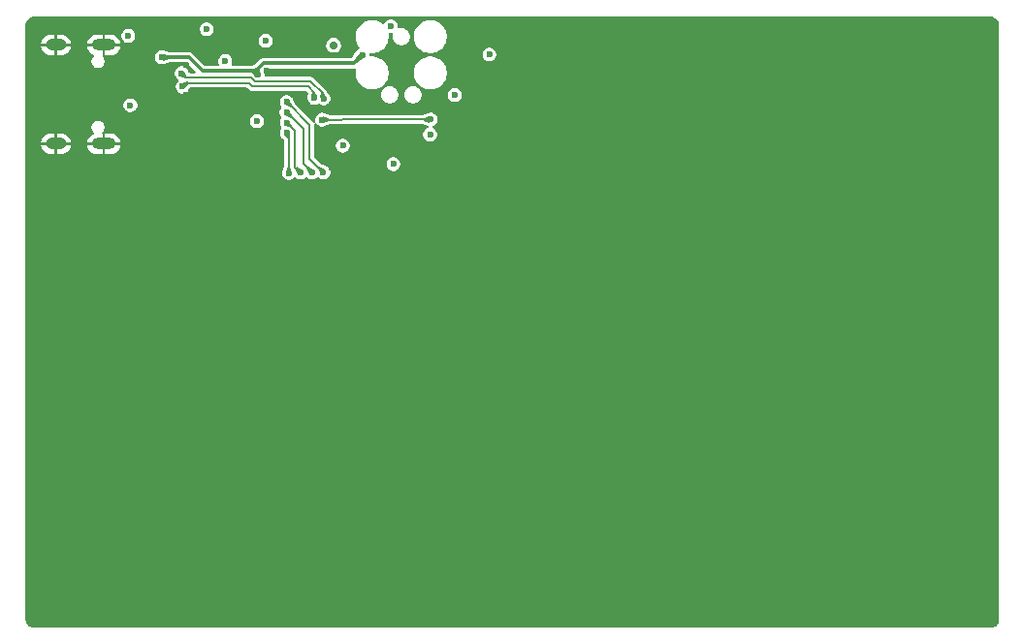
<source format=gbr>
%TF.GenerationSoftware,KiCad,Pcbnew,9.0.3*%
%TF.CreationDate,2025-09-06T00:14:13-07:00*%
%TF.ProjectId,business_card,62757369-6e65-4737-935f-636172642e6b,1.0*%
%TF.SameCoordinates,Original*%
%TF.FileFunction,Copper,L4,Bot*%
%TF.FilePolarity,Positive*%
%FSLAX46Y46*%
G04 Gerber Fmt 4.6, Leading zero omitted, Abs format (unit mm)*
G04 Created by KiCad (PCBNEW 9.0.3) date 2025-09-06 00:14:13*
%MOMM*%
%LPD*%
G01*
G04 APERTURE LIST*
%TA.AperFunction,HeatsinkPad*%
%ADD10O,1.800000X1.000000*%
%TD*%
%TA.AperFunction,HeatsinkPad*%
%ADD11O,2.100000X1.000000*%
%TD*%
%TA.AperFunction,ViaPad*%
%ADD12C,0.600000*%
%TD*%
%TA.AperFunction,ViaPad*%
%ADD13C,0.700000*%
%TD*%
%TA.AperFunction,Conductor*%
%ADD14C,0.200000*%
%TD*%
%TA.AperFunction,Conductor*%
%ADD15C,0.300000*%
%TD*%
G04 APERTURE END LIST*
D10*
%TO.P,J1,S1,SHIELD*%
%TO.N,GND*%
X178400000Y-79332500D03*
D11*
X182580000Y-79332500D03*
D10*
X178400000Y-70692500D03*
D11*
X182580000Y-70692500D03*
%TD*%
D12*
%TO.N,GND*%
X197075000Y-76227500D03*
X196781800Y-72957245D03*
X201865000Y-73712500D03*
X201165000Y-78962500D03*
D13*
X194500000Y-68725000D03*
X259950000Y-79925000D03*
D12*
X215165000Y-80507500D03*
X189780000Y-76212500D03*
X185515000Y-69907500D03*
X214365000Y-80512500D03*
X184115000Y-71812500D03*
D13*
X256500000Y-69325000D03*
X199550000Y-68725000D03*
D12*
X204350000Y-81852500D03*
D13*
X176450000Y-78975000D03*
D12*
X179465000Y-80712500D03*
D13*
X258850000Y-99425000D03*
D12*
X192082500Y-77050000D03*
D13*
X192850000Y-95425000D03*
X219050000Y-99425000D03*
D12*
X194815000Y-70362500D03*
D13*
X249250000Y-99425000D03*
X214550000Y-99425000D03*
D12*
X189795000Y-75062500D03*
D13*
X234450000Y-69325000D03*
D12*
X211115000Y-79812500D03*
D13*
X236150000Y-99425000D03*
X223350000Y-99425000D03*
X210200000Y-85325000D03*
X186550000Y-85325000D03*
D12*
X198850000Y-69525000D03*
D13*
X259950000Y-69325000D03*
X215250000Y-85325000D03*
X220300000Y-85325000D03*
X181750000Y-99425000D03*
X186650000Y-99425000D03*
D12*
X186365000Y-69312500D03*
X189780000Y-72462500D03*
X213665000Y-77257500D03*
D13*
X176450000Y-85325000D03*
X225350000Y-85325000D03*
X177250000Y-99425000D03*
D12*
X192062500Y-76297078D03*
D13*
X229900000Y-79875000D03*
D12*
X217015000Y-68712500D03*
D13*
X176450000Y-73925000D03*
X259950000Y-73875000D03*
X240500000Y-69325000D03*
D12*
X194050000Y-80725000D03*
D13*
X245900000Y-69325000D03*
D12*
X217065000Y-75762500D03*
D13*
X254350000Y-99425000D03*
D12*
X187000000Y-80925000D03*
X219565000Y-81462500D03*
D13*
X205150000Y-85325000D03*
D12*
X207815000Y-79812500D03*
D13*
X190750000Y-99425000D03*
D12*
X186852500Y-75962500D03*
D13*
X239650000Y-99425000D03*
X198650000Y-95425000D03*
X189950000Y-89425000D03*
X229900000Y-69275000D03*
X231650000Y-99425000D03*
D12*
X193865000Y-71012500D03*
D13*
X229900000Y-85275000D03*
X176450000Y-68875000D03*
X204150000Y-70725000D03*
X251950000Y-69325000D03*
X229900000Y-73825000D03*
D12*
X184691105Y-74331502D03*
D13*
X195250000Y-99425000D03*
D12*
X202467500Y-81410000D03*
D13*
X244150000Y-99425000D03*
X259950000Y-85325000D03*
D12*
X208545000Y-75662500D03*
X192915000Y-74607246D03*
D13*
X205550000Y-99425000D03*
X201150000Y-99425000D03*
D12*
X184165000Y-78212500D03*
X214911601Y-68804820D03*
X204250000Y-80525000D03*
D13*
X227850000Y-99425000D03*
D12*
X179450000Y-69325000D03*
X201350000Y-69625000D03*
%TO.N,+3.3V*%
X203450000Y-79500000D03*
X207865000Y-81112500D03*
X213233450Y-75062500D03*
D13*
X202650000Y-70725000D03*
D12*
X191565000Y-69312500D03*
X184715000Y-69890000D03*
X207645000Y-69062500D03*
X196715000Y-70312500D03*
X211075000Y-78525000D03*
X195948658Y-77348728D03*
X184900000Y-75962500D03*
X216250000Y-71525000D03*
X193184947Y-72092553D03*
%TO.N,BTN_12*%
X198549000Y-75675000D03*
X201750000Y-81825000D03*
%TO.N,BTN_11*%
X200750000Y-81850000D03*
X198545009Y-76603219D03*
%TO.N,BTN_10*%
X198550000Y-77475000D03*
X199750000Y-81850000D03*
%TO.N,BTN_09*%
X198550000Y-78375000D03*
X198750607Y-81891261D03*
%TO.N,USB_D+*%
X189453864Y-74338877D03*
X200966769Y-75309285D03*
%TO.N,USB_D-*%
X201765000Y-75362500D03*
X189388299Y-73160049D03*
%TO.N,I2S_WS*%
X201650000Y-77225000D03*
X211115000Y-77212500D03*
%TO.N,SWD_NRST*%
X187665000Y-71762500D03*
X205153017Y-71558453D03*
X196004919Y-73266394D03*
%TD*%
D14*
%TO.N,BTN_09*%
X198750607Y-78575607D02*
X198550000Y-78375000D01*
X198750607Y-81891261D02*
X198750607Y-78575607D01*
%TO.N,USB_D+*%
X195569588Y-74317374D02*
X200433477Y-74317374D01*
X189785495Y-74007246D02*
X195259460Y-74007246D01*
X200966769Y-74850666D02*
X200966769Y-75309285D01*
X200433477Y-74317374D02*
X200966769Y-74850666D01*
X189453864Y-74338877D02*
X189785495Y-74007246D01*
X195259460Y-74007246D02*
X195569588Y-74317374D01*
%TO.N,USB_D-*%
X201765000Y-75012500D02*
X201765000Y-75362500D01*
X189785495Y-73557245D02*
X195445827Y-73557245D01*
X200619894Y-73867394D02*
X201765000Y-75012500D01*
X195755976Y-73867394D02*
X200619894Y-73867394D01*
X195445827Y-73557245D02*
X195755976Y-73867394D01*
X189388299Y-73160049D02*
X189785495Y-73557245D01*
%TO.N,I2S_WS*%
X203361995Y-77225000D02*
X203374495Y-77212500D01*
X201650000Y-77225000D02*
X203361995Y-77225000D01*
X203374495Y-77212500D02*
X211115000Y-77212500D01*
D15*
%TO.N,SWD_NRST*%
X191200654Y-72962500D02*
X190000654Y-71762500D01*
X190000654Y-71762500D02*
X187665000Y-71762500D01*
X195968894Y-73266394D02*
X196004919Y-73266394D01*
X196512146Y-72306245D02*
X196004919Y-72813472D01*
X195701025Y-72962500D02*
X191200654Y-72962500D01*
X196004919Y-72813472D02*
X196004919Y-73266394D01*
X205153017Y-71558453D02*
X204405225Y-72306245D01*
X204405225Y-72306245D02*
X196512146Y-72306245D01*
X196004919Y-73266394D02*
X195701025Y-72962500D01*
D14*
%TO.N,BTN_12*%
X200564000Y-77690000D02*
X198549000Y-75675000D01*
X200564000Y-80639000D02*
X200564000Y-77690000D01*
X201750000Y-81825000D02*
X200564000Y-80639000D01*
%TO.N,BTN_11*%
X200000000Y-78058210D02*
X198545009Y-76603219D01*
X200000000Y-81100000D02*
X200000000Y-78058210D01*
X200750000Y-81850000D02*
X200000000Y-81100000D01*
%TO.N,BTN_10*%
X198550000Y-77475000D02*
X199300000Y-78225000D01*
X199300000Y-81400000D02*
X199750000Y-81850000D01*
X199300000Y-78225000D02*
X199300000Y-81400000D01*
%TD*%
%TA.AperFunction,Conductor*%
%TO.N,SWD_NRST*%
G36*
X196122927Y-72670489D02*
G01*
X196178149Y-72713294D01*
X196201462Y-72779160D01*
X196197422Y-72818019D01*
X196181300Y-72878188D01*
X196181300Y-73036302D01*
X196209772Y-73142562D01*
X196222224Y-73189031D01*
X196222225Y-73189034D01*
X196233386Y-73208365D01*
X196237536Y-73223852D01*
X196244977Y-73235431D01*
X196250000Y-73270366D01*
X196250000Y-73301000D01*
X196230315Y-73368039D01*
X196177511Y-73413794D01*
X196126000Y-73425000D01*
X195931337Y-73425000D01*
X195864298Y-73405315D01*
X195843656Y-73388681D01*
X195691742Y-73236767D01*
X195691736Y-73236762D01*
X195616161Y-73193129D01*
X195567945Y-73142562D01*
X195554723Y-73073955D01*
X195571830Y-73021949D01*
X195721780Y-72772033D01*
X195773148Y-72724678D01*
X195803785Y-72714242D01*
X196053329Y-72664334D01*
X196122927Y-72670489D01*
G37*
%TD.AperFunction*%
%TD*%
%TA.AperFunction,Conductor*%
%TO.N,GND*%
G36*
X260054842Y-68225976D02*
G01*
X260176764Y-68237985D01*
X260195794Y-68241770D01*
X260201133Y-68243390D01*
X260308354Y-68275915D01*
X260326285Y-68283342D01*
X260430022Y-68338791D01*
X260446158Y-68349573D01*
X260537083Y-68424193D01*
X260550806Y-68437916D01*
X260625426Y-68528841D01*
X260636208Y-68544977D01*
X260691657Y-68648714D01*
X260699084Y-68666645D01*
X260733228Y-68779203D01*
X260737014Y-68798237D01*
X260749023Y-68920157D01*
X260749500Y-68929861D01*
X260749500Y-120920138D01*
X260749023Y-120929842D01*
X260737014Y-121051762D01*
X260733228Y-121070796D01*
X260699084Y-121183354D01*
X260691657Y-121201285D01*
X260636208Y-121305022D01*
X260625426Y-121321158D01*
X260550806Y-121412083D01*
X260537083Y-121425806D01*
X260446158Y-121500426D01*
X260430022Y-121511208D01*
X260326285Y-121566657D01*
X260308354Y-121574084D01*
X260195796Y-121608228D01*
X260176763Y-121612014D01*
X260070719Y-121622459D01*
X260054841Y-121624023D01*
X260045139Y-121624500D01*
X176454861Y-121624500D01*
X176445157Y-121624023D01*
X176323237Y-121612014D01*
X176304203Y-121608228D01*
X176191645Y-121574084D01*
X176173714Y-121566657D01*
X176069977Y-121511208D01*
X176053841Y-121500426D01*
X175962916Y-121425806D01*
X175949193Y-121412083D01*
X175874573Y-121321158D01*
X175863791Y-121305022D01*
X175808342Y-121201285D01*
X175800915Y-121183354D01*
X175766771Y-121070796D01*
X175762985Y-121051762D01*
X175750977Y-120929842D01*
X175750500Y-120920138D01*
X175750500Y-79207499D01*
X177107232Y-79207499D01*
X177107233Y-79207500D01*
X177725758Y-79207500D01*
X177720444Y-79216704D01*
X177700000Y-79293004D01*
X177700000Y-79371996D01*
X177720444Y-79448296D01*
X177725758Y-79457500D01*
X177107232Y-79457500D01*
X177134585Y-79595018D01*
X177134586Y-79595021D01*
X177202429Y-79758808D01*
X177300923Y-79906215D01*
X177426284Y-80031576D01*
X177573691Y-80130070D01*
X177737479Y-80197913D01*
X177911355Y-80232499D01*
X177911359Y-80232500D01*
X178274999Y-80232500D01*
X178275000Y-80232499D01*
X178275000Y-79632500D01*
X178525000Y-79632500D01*
X178525000Y-80232499D01*
X178525001Y-80232500D01*
X178888641Y-80232500D01*
X178888644Y-80232499D01*
X179062519Y-80197913D01*
X179062521Y-80197913D01*
X179226308Y-80130070D01*
X179373715Y-80031576D01*
X179499076Y-79906215D01*
X179597570Y-79758808D01*
X179665413Y-79595021D01*
X179665414Y-79595018D01*
X179692768Y-79457500D01*
X179074242Y-79457500D01*
X179079556Y-79448296D01*
X179100000Y-79371996D01*
X179100000Y-79293004D01*
X179079556Y-79216704D01*
X179074242Y-79207500D01*
X179692767Y-79207500D01*
X179692767Y-79207499D01*
X181137232Y-79207499D01*
X181137233Y-79207500D01*
X181755758Y-79207500D01*
X181750444Y-79216704D01*
X181730000Y-79293004D01*
X181730000Y-79371996D01*
X181750444Y-79448296D01*
X181755758Y-79457500D01*
X181137232Y-79457500D01*
X181164585Y-79595018D01*
X181164586Y-79595021D01*
X181232429Y-79758808D01*
X181330923Y-79906215D01*
X181456284Y-80031576D01*
X181603691Y-80130070D01*
X181767479Y-80197913D01*
X181941355Y-80232499D01*
X181941359Y-80232500D01*
X182454999Y-80232500D01*
X182455000Y-80232499D01*
X182455000Y-79632500D01*
X182705000Y-79632500D01*
X182705000Y-80232499D01*
X182705001Y-80232500D01*
X183218641Y-80232500D01*
X183218644Y-80232499D01*
X183392519Y-80197913D01*
X183392521Y-80197913D01*
X183556308Y-80130070D01*
X183703715Y-80031576D01*
X183829076Y-79906215D01*
X183927570Y-79758808D01*
X183995413Y-79595021D01*
X183995414Y-79595018D01*
X184022768Y-79457500D01*
X183404242Y-79457500D01*
X183409556Y-79448296D01*
X183430000Y-79371996D01*
X183430000Y-79293004D01*
X183409556Y-79216704D01*
X183404242Y-79207500D01*
X184022767Y-79207500D01*
X184022767Y-79207499D01*
X183995414Y-79069981D01*
X183995413Y-79069978D01*
X183927570Y-78906191D01*
X183829076Y-78758784D01*
X183703715Y-78633423D01*
X183556308Y-78534929D01*
X183392520Y-78467086D01*
X183218644Y-78432500D01*
X182705001Y-78432500D01*
X182705000Y-78432501D01*
X182705000Y-79032500D01*
X182455000Y-79032500D01*
X182455000Y-78408970D01*
X182451666Y-78402427D01*
X182461237Y-78341995D01*
X182479440Y-78316939D01*
X182540515Y-78255865D01*
X182540518Y-78255860D01*
X182616279Y-78124639D01*
X182616279Y-78124637D01*
X182616281Y-78124635D01*
X182655500Y-77978266D01*
X182655500Y-77826734D01*
X182616281Y-77680365D01*
X182616279Y-77680362D01*
X182616279Y-77680360D01*
X182540518Y-77549139D01*
X182540516Y-77549137D01*
X182540515Y-77549135D01*
X182433365Y-77441985D01*
X182433362Y-77441983D01*
X182433360Y-77441981D01*
X182302138Y-77366220D01*
X182302140Y-77366220D01*
X182291974Y-77363496D01*
X182155766Y-77327000D01*
X182004234Y-77327000D01*
X181914652Y-77351003D01*
X181857860Y-77366220D01*
X181726639Y-77441981D01*
X181619481Y-77549139D01*
X181543720Y-77680360D01*
X181543719Y-77680365D01*
X181504500Y-77826734D01*
X181504500Y-77978266D01*
X181522242Y-78044480D01*
X181543720Y-78124639D01*
X181619481Y-78255860D01*
X181619483Y-78255862D01*
X181619485Y-78255865D01*
X181707421Y-78343801D01*
X181735197Y-78398316D01*
X181725626Y-78458748D01*
X181682361Y-78502013D01*
X181675302Y-78505267D01*
X181603689Y-78534930D01*
X181456284Y-78633423D01*
X181330923Y-78758784D01*
X181232429Y-78906191D01*
X181164586Y-79069978D01*
X181164585Y-79069981D01*
X181137232Y-79207499D01*
X179692767Y-79207499D01*
X179665414Y-79069981D01*
X179665413Y-79069978D01*
X179597570Y-78906191D01*
X179499076Y-78758784D01*
X179373715Y-78633423D01*
X179226308Y-78534929D01*
X179062520Y-78467086D01*
X178888644Y-78432500D01*
X178525001Y-78432500D01*
X178525000Y-78432501D01*
X178525000Y-79032500D01*
X178275000Y-79032500D01*
X178275000Y-78432501D01*
X178274999Y-78432500D01*
X177911355Y-78432500D01*
X177737480Y-78467086D01*
X177737478Y-78467086D01*
X177573691Y-78534929D01*
X177426284Y-78633423D01*
X177300923Y-78758784D01*
X177202429Y-78906191D01*
X177134586Y-79069978D01*
X177134585Y-79069981D01*
X177107232Y-79207499D01*
X175750500Y-79207499D01*
X175750500Y-77269671D01*
X195348158Y-77269671D01*
X195348158Y-77427785D01*
X195389081Y-77580512D01*
X195468138Y-77717444D01*
X195579942Y-77829248D01*
X195716874Y-77908305D01*
X195869601Y-77949228D01*
X195869603Y-77949228D01*
X196027713Y-77949228D01*
X196027715Y-77949228D01*
X196180442Y-77908305D01*
X196317374Y-77829248D01*
X196429178Y-77717444D01*
X196508235Y-77580512D01*
X196549158Y-77427785D01*
X196549158Y-77269671D01*
X196508235Y-77116944D01*
X196429178Y-76980012D01*
X196317374Y-76868208D01*
X196180442Y-76789151D01*
X196027715Y-76748228D01*
X195869601Y-76748228D01*
X195716874Y-76789151D01*
X195579942Y-76868208D01*
X195468138Y-76980012D01*
X195389081Y-77116944D01*
X195348158Y-77269671D01*
X175750500Y-77269671D01*
X175750500Y-75883443D01*
X184299500Y-75883443D01*
X184299500Y-76041557D01*
X184340423Y-76194284D01*
X184419480Y-76331216D01*
X184531284Y-76443020D01*
X184668216Y-76522077D01*
X184820943Y-76563000D01*
X184820945Y-76563000D01*
X184979055Y-76563000D01*
X184979057Y-76563000D01*
X185124003Y-76524162D01*
X197944509Y-76524162D01*
X197944509Y-76682276D01*
X197985432Y-76835003D01*
X198064489Y-76971935D01*
X198064491Y-76971937D01*
X198064494Y-76971942D01*
X198068440Y-76977085D01*
X198067402Y-76977880D01*
X198092029Y-77026214D01*
X198082458Y-77086646D01*
X198072798Y-77101958D01*
X198069485Y-77106276D01*
X198069480Y-77106283D01*
X198069480Y-77106284D01*
X197990423Y-77243216D01*
X197949500Y-77395943D01*
X197949500Y-77554057D01*
X197990423Y-77706784D01*
X198069480Y-77843716D01*
X198069482Y-77843718D01*
X198080762Y-77854999D01*
X198108538Y-77909516D01*
X198098964Y-77969948D01*
X198080762Y-77995001D01*
X198069482Y-78006281D01*
X198069480Y-78006283D01*
X198069480Y-78006284D01*
X197990423Y-78143216D01*
X197949500Y-78295943D01*
X197949500Y-78454057D01*
X197990423Y-78606784D01*
X198069480Y-78743716D01*
X198181284Y-78855520D01*
X198181286Y-78855521D01*
X198181324Y-78855559D01*
X198190814Y-78863863D01*
X198320951Y-78993409D01*
X198348853Y-79047861D01*
X198350107Y-79063571D01*
X198350107Y-81212168D01*
X198344178Y-81245914D01*
X198202599Y-81636387D01*
X198195270Y-81652132D01*
X198191032Y-81659472D01*
X198191028Y-81659483D01*
X198183077Y-81689156D01*
X198180524Y-81697272D01*
X198173787Y-81715854D01*
X198166860Y-81737423D01*
X198166389Y-81739100D01*
X198159772Y-81768010D01*
X198159147Y-81773761D01*
X198158319Y-81773671D01*
X198156356Y-81788877D01*
X198150107Y-81812200D01*
X198150107Y-81812204D01*
X198150107Y-81970318D01*
X198191030Y-82123045D01*
X198270087Y-82259977D01*
X198381891Y-82371781D01*
X198518823Y-82450838D01*
X198671550Y-82491761D01*
X198671552Y-82491761D01*
X198829662Y-82491761D01*
X198829664Y-82491761D01*
X198982391Y-82450838D01*
X199119323Y-82371781D01*
X199200932Y-82290171D01*
X199255447Y-82262396D01*
X199315879Y-82271967D01*
X199340934Y-82290170D01*
X199381284Y-82330520D01*
X199518216Y-82409577D01*
X199670943Y-82450500D01*
X199670945Y-82450500D01*
X199829055Y-82450500D01*
X199829057Y-82450500D01*
X199981784Y-82409577D01*
X200118716Y-82330520D01*
X200179998Y-82269237D01*
X200234513Y-82241462D01*
X200294945Y-82251033D01*
X200320000Y-82269236D01*
X200381284Y-82330520D01*
X200518216Y-82409577D01*
X200670943Y-82450500D01*
X200670945Y-82450500D01*
X200829055Y-82450500D01*
X200829057Y-82450500D01*
X200981784Y-82409577D01*
X201118716Y-82330520D01*
X201192497Y-82256738D01*
X201247011Y-82228962D01*
X201307443Y-82238533D01*
X201332502Y-82256739D01*
X201365937Y-82290173D01*
X201381284Y-82305520D01*
X201518216Y-82384577D01*
X201670943Y-82425500D01*
X201670945Y-82425500D01*
X201829055Y-82425500D01*
X201829057Y-82425500D01*
X201981784Y-82384577D01*
X202118716Y-82305520D01*
X202230520Y-82193716D01*
X202309577Y-82056784D01*
X202350500Y-81904057D01*
X202350500Y-81745943D01*
X202309577Y-81593216D01*
X202230520Y-81456284D01*
X202118716Y-81344480D01*
X202050803Y-81305270D01*
X202033823Y-81293088D01*
X202012100Y-81282926D01*
X202008406Y-81280793D01*
X202008405Y-81280791D01*
X201981785Y-81265423D01*
X201981786Y-81265423D01*
X201973587Y-81263226D01*
X201957265Y-81257273D01*
X201656614Y-81116627D01*
X201581063Y-81081284D01*
X201553008Y-81061615D01*
X201524836Y-81033443D01*
X207264500Y-81033443D01*
X207264500Y-81191557D01*
X207305423Y-81344284D01*
X207384480Y-81481216D01*
X207496284Y-81593020D01*
X207633216Y-81672077D01*
X207785943Y-81713000D01*
X207785945Y-81713000D01*
X207944055Y-81713000D01*
X207944057Y-81713000D01*
X208096784Y-81672077D01*
X208233716Y-81593020D01*
X208345520Y-81481216D01*
X208424577Y-81344284D01*
X208465500Y-81191557D01*
X208465500Y-81033443D01*
X208424577Y-80880716D01*
X208345520Y-80743784D01*
X208233716Y-80631980D01*
X208096784Y-80552923D01*
X207944057Y-80512000D01*
X207785943Y-80512000D01*
X207633216Y-80552923D01*
X207496284Y-80631980D01*
X207384480Y-80743784D01*
X207305423Y-80880716D01*
X207264500Y-81033443D01*
X201524836Y-81033443D01*
X200993496Y-80502103D01*
X200965719Y-80447586D01*
X200964500Y-80432099D01*
X200964500Y-79420943D01*
X202849500Y-79420943D01*
X202849500Y-79579057D01*
X202890423Y-79731784D01*
X202969480Y-79868716D01*
X203081284Y-79980520D01*
X203218216Y-80059577D01*
X203370943Y-80100500D01*
X203370945Y-80100500D01*
X203529055Y-80100500D01*
X203529057Y-80100500D01*
X203681784Y-80059577D01*
X203818716Y-79980520D01*
X203930520Y-79868716D01*
X204009577Y-79731784D01*
X204050500Y-79579057D01*
X204050500Y-79420943D01*
X204009577Y-79268216D01*
X203930520Y-79131284D01*
X203818716Y-79019480D01*
X203681784Y-78940423D01*
X203529057Y-78899500D01*
X203370943Y-78899500D01*
X203218216Y-78940423D01*
X203081284Y-79019480D01*
X202969480Y-79131284D01*
X202890423Y-79268216D01*
X202849500Y-79420943D01*
X200964500Y-79420943D01*
X200964500Y-77637274D01*
X200959829Y-77619842D01*
X200963032Y-77558740D01*
X201001537Y-77511190D01*
X201060638Y-77495355D01*
X201117759Y-77517282D01*
X201141191Y-77544717D01*
X201169480Y-77593716D01*
X201281284Y-77705520D01*
X201418216Y-77784577D01*
X201570943Y-77825500D01*
X201570945Y-77825500D01*
X201729057Y-77825500D01*
X201804800Y-77805204D01*
X201825424Y-77801812D01*
X201847969Y-77793637D01*
X201876301Y-77786046D01*
X201881781Y-77784578D01*
X201881781Y-77784577D01*
X201881784Y-77784577D01*
X201889134Y-77780333D01*
X201904874Y-77773004D01*
X202295347Y-77631429D01*
X202329092Y-77625500D01*
X203414721Y-77625500D01*
X203414722Y-77625500D01*
X203448785Y-77616372D01*
X203474407Y-77613000D01*
X210435908Y-77613000D01*
X210469653Y-77618929D01*
X210860113Y-77760500D01*
X210873200Y-77766349D01*
X210874563Y-77767080D01*
X210883216Y-77772077D01*
X210884517Y-77772425D01*
X210890437Y-77775604D01*
X210908335Y-77794289D01*
X210928015Y-77811097D01*
X210929212Y-77816084D01*
X210932761Y-77819789D01*
X210936258Y-77845427D01*
X210942300Y-77870591D01*
X210940336Y-77875330D01*
X210941030Y-77880413D01*
X210928790Y-77903209D01*
X210918887Y-77927120D01*
X210914448Y-77929920D01*
X210912087Y-77934319D01*
X210892468Y-77943789D01*
X210869230Y-77958452D01*
X210843218Y-77965422D01*
X210843216Y-77965422D01*
X210843216Y-77965423D01*
X210706284Y-78044480D01*
X210594480Y-78156284D01*
X210515423Y-78293216D01*
X210474500Y-78445943D01*
X210474500Y-78604057D01*
X210515423Y-78756784D01*
X210594480Y-78893716D01*
X210706284Y-79005520D01*
X210843216Y-79084577D01*
X210995943Y-79125500D01*
X210995945Y-79125500D01*
X211154055Y-79125500D01*
X211154057Y-79125500D01*
X211306784Y-79084577D01*
X211443716Y-79005520D01*
X211555520Y-78893716D01*
X211634577Y-78756784D01*
X211675500Y-78604057D01*
X211675500Y-78445943D01*
X211634577Y-78293216D01*
X211555520Y-78156284D01*
X211443716Y-78044480D01*
X211306784Y-77965423D01*
X211306781Y-77965422D01*
X211301164Y-77962179D01*
X211302058Y-77960630D01*
X211261979Y-77926395D01*
X211247700Y-77866899D01*
X211271118Y-77810373D01*
X211320771Y-77779047D01*
X211346784Y-77772077D01*
X211483716Y-77693020D01*
X211595520Y-77581216D01*
X211674577Y-77444284D01*
X211715500Y-77291557D01*
X211715500Y-77133443D01*
X211674577Y-76980716D01*
X211595520Y-76843784D01*
X211483716Y-76731980D01*
X211346784Y-76652923D01*
X211194057Y-76612000D01*
X211035943Y-76612000D01*
X211035940Y-76612000D01*
X210964935Y-76631025D01*
X210964934Y-76631024D01*
X210960191Y-76632294D01*
X210939577Y-76635686D01*
X210917029Y-76643860D01*
X210912917Y-76644963D01*
X210912906Y-76644967D01*
X210883218Y-76652922D01*
X210883210Y-76652925D01*
X210875870Y-76657163D01*
X210860125Y-76664492D01*
X210469648Y-76806071D01*
X210435902Y-76812000D01*
X203427226Y-76812000D01*
X203427222Y-76811999D01*
X203321768Y-76811999D01*
X203278645Y-76823554D01*
X203269290Y-76824237D01*
X203267473Y-76823790D01*
X203262082Y-76824500D01*
X202329096Y-76824500D01*
X202295350Y-76818571D01*
X201904877Y-76676994D01*
X201889125Y-76669661D01*
X201887802Y-76668897D01*
X201881785Y-76665423D01*
X201874494Y-76663469D01*
X201852079Y-76657463D01*
X201843973Y-76654912D01*
X201825417Y-76648183D01*
X201804030Y-76641309D01*
X201802370Y-76640842D01*
X201802365Y-76640841D01*
X201802355Y-76640838D01*
X201773242Y-76634164D01*
X201773239Y-76634164D01*
X201773235Y-76634163D01*
X201767489Y-76633537D01*
X201767578Y-76632713D01*
X201752381Y-76630749D01*
X201747234Y-76629370D01*
X201729057Y-76624500D01*
X201570943Y-76624500D01*
X201418216Y-76665423D01*
X201281284Y-76744480D01*
X201169480Y-76856284D01*
X201090423Y-76993216D01*
X201052850Y-77133443D01*
X201049500Y-77145944D01*
X201049500Y-77304056D01*
X201067800Y-77372355D01*
X201064597Y-77433456D01*
X201026092Y-77481006D01*
X200966991Y-77496841D01*
X200909870Y-77474914D01*
X200886438Y-77447478D01*
X200884480Y-77444087D01*
X200868176Y-77427783D01*
X200809913Y-77369519D01*
X200809913Y-77369520D01*
X199312386Y-75871993D01*
X199292717Y-75843939D01*
X199289553Y-75837175D01*
X199113029Y-75459831D01*
X199108577Y-75443216D01*
X199091073Y-75412899D01*
X199080911Y-75391175D01*
X199077823Y-75385169D01*
X199070493Y-75370909D01*
X199069645Y-75369402D01*
X199069637Y-75369388D01*
X199053957Y-75344405D01*
X199050341Y-75339907D01*
X199051018Y-75339362D01*
X199041618Y-75327239D01*
X199029520Y-75306284D01*
X198917716Y-75194480D01*
X198780784Y-75115423D01*
X198628057Y-75074500D01*
X198469943Y-75074500D01*
X198317216Y-75115423D01*
X198180284Y-75194480D01*
X198068480Y-75306284D01*
X197989423Y-75443216D01*
X197948500Y-75595943D01*
X197948500Y-75754057D01*
X197989423Y-75906784D01*
X198068480Y-76043716D01*
X198091875Y-76067111D01*
X198119651Y-76121626D01*
X198110080Y-76182058D01*
X198091876Y-76207114D01*
X198064491Y-76234500D01*
X198064489Y-76234502D01*
X198064489Y-76234503D01*
X197985432Y-76371435D01*
X197944509Y-76524162D01*
X185124003Y-76524162D01*
X185131784Y-76522077D01*
X185268716Y-76443020D01*
X185380520Y-76331216D01*
X185459577Y-76194284D01*
X185500500Y-76041557D01*
X185500500Y-75883443D01*
X185459577Y-75730716D01*
X185380520Y-75593784D01*
X185268716Y-75481980D01*
X185131784Y-75402923D01*
X184979057Y-75362000D01*
X184820943Y-75362000D01*
X184668216Y-75402923D01*
X184531284Y-75481980D01*
X184419480Y-75593784D01*
X184340423Y-75730716D01*
X184299500Y-75883443D01*
X175750500Y-75883443D01*
X175750500Y-70567499D01*
X177107232Y-70567499D01*
X177107233Y-70567500D01*
X177725758Y-70567500D01*
X177720444Y-70576704D01*
X177700000Y-70653004D01*
X177700000Y-70731996D01*
X177720444Y-70808296D01*
X177725758Y-70817500D01*
X177107232Y-70817500D01*
X177134585Y-70955018D01*
X177134586Y-70955021D01*
X177202429Y-71118808D01*
X177300923Y-71266215D01*
X177426284Y-71391576D01*
X177573691Y-71490070D01*
X177737479Y-71557913D01*
X177911355Y-71592499D01*
X177911359Y-71592500D01*
X178274999Y-71592500D01*
X178275000Y-71592499D01*
X178275000Y-70992500D01*
X178525000Y-70992500D01*
X178525000Y-71592499D01*
X178525001Y-71592500D01*
X178888641Y-71592500D01*
X178888644Y-71592499D01*
X179062519Y-71557913D01*
X179062521Y-71557913D01*
X179226308Y-71490070D01*
X179373715Y-71391576D01*
X179499076Y-71266215D01*
X179597570Y-71118808D01*
X179665413Y-70955021D01*
X179665414Y-70955018D01*
X179692768Y-70817500D01*
X179074242Y-70817500D01*
X179079556Y-70808296D01*
X179100000Y-70731996D01*
X179100000Y-70653004D01*
X179079556Y-70576704D01*
X179074242Y-70567500D01*
X179692767Y-70567500D01*
X179692767Y-70567499D01*
X181137232Y-70567499D01*
X181137233Y-70567500D01*
X181755758Y-70567500D01*
X181750444Y-70576704D01*
X181730000Y-70653004D01*
X181730000Y-70731996D01*
X181750444Y-70808296D01*
X181755758Y-70817500D01*
X181137232Y-70817500D01*
X181164585Y-70955018D01*
X181164586Y-70955021D01*
X181232429Y-71118808D01*
X181330923Y-71266215D01*
X181456284Y-71391576D01*
X181603690Y-71490070D01*
X181675301Y-71519732D01*
X181721827Y-71559468D01*
X181736111Y-71618963D01*
X181712697Y-71675491D01*
X181707420Y-71681199D01*
X181619485Y-71769134D01*
X181619481Y-71769139D01*
X181543720Y-71900360D01*
X181531557Y-71945755D01*
X181504500Y-72046734D01*
X181504500Y-72198266D01*
X181539086Y-72327347D01*
X181543720Y-72344639D01*
X181619481Y-72475860D01*
X181619483Y-72475862D01*
X181619485Y-72475865D01*
X181726635Y-72583015D01*
X181726637Y-72583016D01*
X181726639Y-72583018D01*
X181857861Y-72658779D01*
X181857859Y-72658779D01*
X181857863Y-72658780D01*
X181857865Y-72658781D01*
X182004234Y-72698000D01*
X182004236Y-72698000D01*
X182155764Y-72698000D01*
X182155766Y-72698000D01*
X182302135Y-72658781D01*
X182302137Y-72658779D01*
X182302139Y-72658779D01*
X182433360Y-72583018D01*
X182433360Y-72583017D01*
X182433365Y-72583015D01*
X182540515Y-72475865D01*
X182576160Y-72414126D01*
X182616279Y-72344639D01*
X182616279Y-72344637D01*
X182616281Y-72344635D01*
X182655500Y-72198266D01*
X182655500Y-72046734D01*
X182616281Y-71900365D01*
X182616279Y-71900362D01*
X182616279Y-71900360D01*
X182540518Y-71769139D01*
X182540516Y-71769137D01*
X182540515Y-71769135D01*
X182479441Y-71708061D01*
X182466898Y-71683443D01*
X187064500Y-71683443D01*
X187064500Y-71841557D01*
X187105423Y-71994284D01*
X187184480Y-72131216D01*
X187296284Y-72243020D01*
X187433216Y-72322077D01*
X187585943Y-72363000D01*
X187585945Y-72363000D01*
X187744057Y-72363000D01*
X187782483Y-72352703D01*
X187800358Y-72349635D01*
X187814989Y-72348489D01*
X188305571Y-72216403D01*
X188331309Y-72213000D01*
X189773043Y-72213000D01*
X189831234Y-72231907D01*
X189843047Y-72241996D01*
X190588792Y-72987741D01*
X190616569Y-73042258D01*
X190606998Y-73102690D01*
X190563733Y-73145955D01*
X190518788Y-73156745D01*
X190098704Y-73156745D01*
X190072419Y-73148204D01*
X190045657Y-73141333D01*
X190043630Y-73138851D01*
X190040513Y-73137838D01*
X190006656Y-73094189D01*
X190006435Y-73093631D01*
X189971547Y-73002025D01*
X189967028Y-72994100D01*
X189964452Y-72987593D01*
X189964294Y-72985096D01*
X189960873Y-72976772D01*
X189947876Y-72928265D01*
X189868819Y-72791333D01*
X189757015Y-72679529D01*
X189620083Y-72600472D01*
X189467356Y-72559549D01*
X189309242Y-72559549D01*
X189156515Y-72600472D01*
X189019583Y-72679529D01*
X188907779Y-72791333D01*
X188828722Y-72928265D01*
X188787799Y-73080992D01*
X188787799Y-73239106D01*
X188828722Y-73391833D01*
X188907779Y-73528765D01*
X189019583Y-73640569D01*
X189092476Y-73682653D01*
X189133417Y-73728121D01*
X189139813Y-73788971D01*
X189109221Y-73841960D01*
X189092481Y-73854123D01*
X189085149Y-73858356D01*
X189085148Y-73858357D01*
X188973344Y-73970161D01*
X188894287Y-74107093D01*
X188853364Y-74259820D01*
X188853364Y-74417934D01*
X188894287Y-74570661D01*
X188973344Y-74707593D01*
X189085148Y-74819397D01*
X189222080Y-74898454D01*
X189374807Y-74939377D01*
X189374809Y-74939377D01*
X189532919Y-74939377D01*
X189532921Y-74939377D01*
X189685648Y-74898454D01*
X189822580Y-74819397D01*
X189934384Y-74707593D01*
X189961436Y-74660735D01*
X189969252Y-74649169D01*
X189980279Y-74635106D01*
X190066212Y-74470100D01*
X190070942Y-74461018D01*
X190114590Y-74418140D01*
X190158748Y-74407746D01*
X195052559Y-74407746D01*
X195110750Y-74426653D01*
X195122562Y-74436742D01*
X195323674Y-74637853D01*
X195323679Y-74637857D01*
X195414996Y-74690579D01*
X195414994Y-74690579D01*
X195414998Y-74690580D01*
X195415000Y-74690581D01*
X195516861Y-74717874D01*
X195622315Y-74717874D01*
X200226577Y-74717874D01*
X200234174Y-74720342D01*
X200242064Y-74719093D01*
X200262718Y-74729616D01*
X200284768Y-74736781D01*
X200296580Y-74746870D01*
X200414912Y-74865201D01*
X200442690Y-74919718D01*
X200439731Y-74963662D01*
X200383613Y-75150654D01*
X200379804Y-75164523D01*
X200379552Y-75165532D01*
X200375129Y-75186300D01*
X200374587Y-75191707D01*
X200374036Y-75191651D01*
X200371732Y-75209836D01*
X200366269Y-75230223D01*
X200366269Y-75230228D01*
X200366269Y-75388342D01*
X200407192Y-75541069D01*
X200486249Y-75678001D01*
X200598053Y-75789805D01*
X200734985Y-75868862D01*
X200887712Y-75909785D01*
X200887714Y-75909785D01*
X201045824Y-75909785D01*
X201045826Y-75909785D01*
X201198553Y-75868862D01*
X201274507Y-75825010D01*
X201334351Y-75812289D01*
X201390247Y-75837175D01*
X201393988Y-75840724D01*
X201396284Y-75843020D01*
X201533216Y-75922077D01*
X201685943Y-75963000D01*
X201685945Y-75963000D01*
X201844055Y-75963000D01*
X201844057Y-75963000D01*
X201996784Y-75922077D01*
X202133716Y-75843020D01*
X202245520Y-75731216D01*
X202324577Y-75594284D01*
X202365500Y-75441557D01*
X202365500Y-75283443D01*
X202324577Y-75130716D01*
X202245520Y-74993784D01*
X202235842Y-74984106D01*
X202223436Y-74969042D01*
X206793200Y-74969042D01*
X206793200Y-75115957D01*
X206821860Y-75260041D01*
X206821860Y-75260043D01*
X206878078Y-75395766D01*
X206878078Y-75395767D01*
X206901764Y-75431215D01*
X206959699Y-75517920D01*
X207063580Y-75621801D01*
X207185731Y-75703420D01*
X207321458Y-75759640D01*
X207465545Y-75788300D01*
X207465547Y-75788300D01*
X207612453Y-75788300D01*
X207612455Y-75788300D01*
X207756542Y-75759640D01*
X207892269Y-75703420D01*
X208014420Y-75621801D01*
X208118301Y-75517920D01*
X208199920Y-75395769D01*
X208256140Y-75260042D01*
X208284800Y-75115955D01*
X208284800Y-74969045D01*
X208284799Y-74969042D01*
X208825200Y-74969042D01*
X208825200Y-75115957D01*
X208853860Y-75260041D01*
X208853860Y-75260043D01*
X208910078Y-75395766D01*
X208910078Y-75395767D01*
X208933764Y-75431215D01*
X208991699Y-75517920D01*
X209095580Y-75621801D01*
X209217731Y-75703420D01*
X209353458Y-75759640D01*
X209497545Y-75788300D01*
X209497547Y-75788300D01*
X209644453Y-75788300D01*
X209644455Y-75788300D01*
X209788542Y-75759640D01*
X209924269Y-75703420D01*
X210046420Y-75621801D01*
X210150301Y-75517920D01*
X210231920Y-75395769D01*
X210288140Y-75260042D01*
X210316800Y-75115955D01*
X210316800Y-74983443D01*
X212632950Y-74983443D01*
X212632950Y-75141557D01*
X212673873Y-75294284D01*
X212752930Y-75431216D01*
X212864734Y-75543020D01*
X213001666Y-75622077D01*
X213154393Y-75663000D01*
X213154395Y-75663000D01*
X213312505Y-75663000D01*
X213312507Y-75663000D01*
X213465234Y-75622077D01*
X213602166Y-75543020D01*
X213713970Y-75431216D01*
X213793027Y-75294284D01*
X213833950Y-75141557D01*
X213833950Y-74983443D01*
X213793027Y-74830716D01*
X213713970Y-74693784D01*
X213602166Y-74581980D01*
X213465234Y-74502923D01*
X213312507Y-74462000D01*
X213154393Y-74462000D01*
X213001666Y-74502923D01*
X212864734Y-74581980D01*
X212752930Y-74693784D01*
X212673873Y-74830716D01*
X212632950Y-74983443D01*
X210316800Y-74983443D01*
X210316800Y-74969045D01*
X210288140Y-74824958D01*
X210239526Y-74707593D01*
X210231921Y-74689233D01*
X210231921Y-74689232D01*
X210197590Y-74637853D01*
X210150301Y-74567080D01*
X210046420Y-74463199D01*
X209924269Y-74381580D01*
X209924268Y-74381579D01*
X209924266Y-74381578D01*
X209788542Y-74325360D01*
X209644457Y-74296700D01*
X209644455Y-74296700D01*
X209497545Y-74296700D01*
X209497542Y-74296700D01*
X209353458Y-74325360D01*
X209353456Y-74325360D01*
X209217733Y-74381578D01*
X209217732Y-74381578D01*
X209095580Y-74463199D01*
X209095576Y-74463202D01*
X208991702Y-74567076D01*
X208991699Y-74567080D01*
X208910078Y-74689232D01*
X208910078Y-74689233D01*
X208853860Y-74824956D01*
X208853860Y-74824958D01*
X208825200Y-74969042D01*
X208284799Y-74969042D01*
X208256140Y-74824958D01*
X208207526Y-74707593D01*
X208199921Y-74689233D01*
X208199921Y-74689232D01*
X208165590Y-74637853D01*
X208118301Y-74567080D01*
X208014420Y-74463199D01*
X207892269Y-74381580D01*
X207892268Y-74381579D01*
X207892266Y-74381578D01*
X207756542Y-74325360D01*
X207612457Y-74296700D01*
X207612455Y-74296700D01*
X207465545Y-74296700D01*
X207465542Y-74296700D01*
X207321458Y-74325360D01*
X207321456Y-74325360D01*
X207185733Y-74381578D01*
X207185732Y-74381578D01*
X207063580Y-74463199D01*
X207063576Y-74463202D01*
X206959702Y-74567076D01*
X206959699Y-74567080D01*
X206878078Y-74689232D01*
X206878078Y-74689233D01*
X206821860Y-74824956D01*
X206821860Y-74824958D01*
X206793200Y-74969042D01*
X202223436Y-74969042D01*
X202153960Y-74884677D01*
X202138916Y-74859626D01*
X202138208Y-74857919D01*
X202138207Y-74857913D01*
X202085480Y-74766587D01*
X202048509Y-74729616D01*
X202010913Y-74692019D01*
X202010913Y-74692020D01*
X201922454Y-74603561D01*
X201907027Y-74584828D01*
X201897266Y-74573548D01*
X201896507Y-74572713D01*
X201881422Y-74557252D01*
X201866274Y-74547381D01*
X200865807Y-73546914D01*
X200865804Y-73546912D01*
X200865803Y-73546911D01*
X200865802Y-73546910D01*
X200774485Y-73494188D01*
X200774487Y-73494188D01*
X200734964Y-73483598D01*
X200672621Y-73466894D01*
X200672619Y-73466894D01*
X196701898Y-73466894D01*
X196643707Y-73447987D01*
X196607743Y-73398487D01*
X196606526Y-73352140D01*
X196604572Y-73351883D01*
X196605419Y-73345450D01*
X196605419Y-73187338D01*
X196605419Y-73187337D01*
X196598070Y-73159909D01*
X196596788Y-73154525D01*
X196595091Y-73146402D01*
X196594397Y-73128455D01*
X196556799Y-72963038D01*
X196556625Y-72962203D01*
X196559839Y-72932629D01*
X196562536Y-72902973D01*
X196563164Y-72902044D01*
X196563237Y-72901376D01*
X196564736Y-72899722D01*
X196583528Y-72871964D01*
X196669753Y-72785741D01*
X196724270Y-72757964D01*
X196739756Y-72756745D01*
X204464532Y-72756745D01*
X204464534Y-72756745D01*
X204479043Y-72752857D01*
X204540142Y-72756057D01*
X204587693Y-72794561D01*
X204603532Y-72853661D01*
X204602448Y-72863970D01*
X204577050Y-73024327D01*
X204577050Y-73250671D01*
X204612456Y-73474216D01*
X204682400Y-73689481D01*
X204768445Y-73858356D01*
X204785155Y-73891150D01*
X204918193Y-74074261D01*
X205078239Y-74234307D01*
X205261350Y-74367345D01*
X205463019Y-74470100D01*
X205678279Y-74540042D01*
X205678280Y-74540042D01*
X205678283Y-74540043D01*
X205901828Y-74575450D01*
X205901831Y-74575450D01*
X206128172Y-74575450D01*
X206351716Y-74540043D01*
X206351717Y-74540042D01*
X206351721Y-74540042D01*
X206566981Y-74470100D01*
X206768650Y-74367345D01*
X206951761Y-74234307D01*
X207111807Y-74074261D01*
X207244845Y-73891150D01*
X207347600Y-73689481D01*
X207417542Y-73474221D01*
X207421697Y-73447987D01*
X207452950Y-73250671D01*
X207452950Y-73024328D01*
X209657050Y-73024328D01*
X209657050Y-73250671D01*
X209692456Y-73474216D01*
X209762400Y-73689481D01*
X209848445Y-73858356D01*
X209865155Y-73891150D01*
X209998193Y-74074261D01*
X210158239Y-74234307D01*
X210341350Y-74367345D01*
X210543019Y-74470100D01*
X210758279Y-74540042D01*
X210758280Y-74540042D01*
X210758283Y-74540043D01*
X210981828Y-74575450D01*
X210981831Y-74575450D01*
X211208172Y-74575450D01*
X211431716Y-74540043D01*
X211431717Y-74540042D01*
X211431721Y-74540042D01*
X211646981Y-74470100D01*
X211848650Y-74367345D01*
X212031761Y-74234307D01*
X212191807Y-74074261D01*
X212324845Y-73891150D01*
X212427600Y-73689481D01*
X212497542Y-73474221D01*
X212501697Y-73447987D01*
X212532950Y-73250671D01*
X212532950Y-73024328D01*
X212497543Y-72800783D01*
X212497542Y-72800779D01*
X212427600Y-72585519D01*
X212324845Y-72383850D01*
X212191807Y-72200739D01*
X212031761Y-72040693D01*
X211848650Y-71907655D01*
X211848649Y-71907654D01*
X211848647Y-71907653D01*
X211646981Y-71804900D01*
X211431716Y-71734956D01*
X211208172Y-71699550D01*
X211208169Y-71699550D01*
X210981831Y-71699550D01*
X210981828Y-71699550D01*
X210758283Y-71734956D01*
X210543018Y-71804900D01*
X210341352Y-71907653D01*
X210158240Y-72040692D01*
X209998192Y-72200740D01*
X209865153Y-72383852D01*
X209762400Y-72585518D01*
X209692456Y-72800783D01*
X209657050Y-73024328D01*
X207452950Y-73024328D01*
X207417543Y-72800783D01*
X207417542Y-72800779D01*
X207347600Y-72585519D01*
X207244845Y-72383850D01*
X207111807Y-72200739D01*
X206951761Y-72040693D01*
X206768650Y-71907655D01*
X206768649Y-71907654D01*
X206768647Y-71907653D01*
X206566981Y-71804900D01*
X206351716Y-71734956D01*
X206128172Y-71699550D01*
X206128169Y-71699550D01*
X205901831Y-71699550D01*
X205901828Y-71699550D01*
X205868004Y-71704907D01*
X205845112Y-71701281D01*
X205821924Y-71701281D01*
X205815459Y-71696584D01*
X205807572Y-71695335D01*
X205791182Y-71678945D01*
X205772424Y-71665317D01*
X205769955Y-71657719D01*
X205764307Y-71652071D01*
X205753517Y-71607126D01*
X205753517Y-71492873D01*
X205768765Y-71445943D01*
X215649500Y-71445943D01*
X215649500Y-71604057D01*
X215690423Y-71756784D01*
X215769480Y-71893716D01*
X215881284Y-72005520D01*
X216018216Y-72084577D01*
X216170943Y-72125500D01*
X216170945Y-72125500D01*
X216329055Y-72125500D01*
X216329057Y-72125500D01*
X216481784Y-72084577D01*
X216618716Y-72005520D01*
X216730520Y-71893716D01*
X216809577Y-71756784D01*
X216850500Y-71604057D01*
X216850500Y-71445943D01*
X216809577Y-71293216D01*
X216730520Y-71156284D01*
X216618716Y-71044480D01*
X216481784Y-70965423D01*
X216329057Y-70924500D01*
X216170943Y-70924500D01*
X216018216Y-70965423D01*
X215881284Y-71044480D01*
X215769480Y-71156284D01*
X215690423Y-71293216D01*
X215649500Y-71445943D01*
X205768765Y-71445943D01*
X205772424Y-71434682D01*
X205821924Y-71398718D01*
X205868004Y-71395092D01*
X205890896Y-71398718D01*
X205901830Y-71400450D01*
X205901831Y-71400450D01*
X206128172Y-71400450D01*
X206351716Y-71365043D01*
X206351717Y-71365042D01*
X206351721Y-71365042D01*
X206566981Y-71295100D01*
X206768650Y-71192345D01*
X206951761Y-71059307D01*
X207111807Y-70899261D01*
X207244845Y-70716150D01*
X207347600Y-70514481D01*
X207417542Y-70299221D01*
X207423958Y-70258714D01*
X207452950Y-70075671D01*
X207452950Y-69849329D01*
X207440970Y-69773694D01*
X207450541Y-69713262D01*
X207493805Y-69669997D01*
X207540473Y-69659221D01*
X207552628Y-69659432D01*
X207565943Y-69663000D01*
X207724057Y-69663000D01*
X207726107Y-69662450D01*
X207735332Y-69662611D01*
X207757637Y-69670290D01*
X207780832Y-69674584D01*
X207786037Y-69680067D01*
X207793185Y-69682528D01*
X207806713Y-69701847D01*
X207822958Y-69718958D01*
X207823946Y-69726454D01*
X207828282Y-69732646D01*
X207827871Y-69756226D01*
X207830956Y-69779618D01*
X207830708Y-69780909D01*
X207809200Y-69889040D01*
X207809200Y-70035957D01*
X207825675Y-70118784D01*
X207837345Y-70177455D01*
X207837860Y-70180041D01*
X207837860Y-70180043D01*
X207894078Y-70315766D01*
X207894078Y-70315767D01*
X207930663Y-70370519D01*
X207975699Y-70437920D01*
X208079580Y-70541801D01*
X208201731Y-70623420D01*
X208337458Y-70679640D01*
X208481545Y-70708300D01*
X208481547Y-70708300D01*
X208628453Y-70708300D01*
X208628455Y-70708300D01*
X208772542Y-70679640D01*
X208908269Y-70623420D01*
X209030420Y-70541801D01*
X209134301Y-70437920D01*
X209215920Y-70315769D01*
X209272140Y-70180042D01*
X209300800Y-70035955D01*
X209300800Y-69889045D01*
X209300799Y-69889038D01*
X209295969Y-69864753D01*
X209292901Y-69849328D01*
X209657050Y-69849328D01*
X209657050Y-70075671D01*
X209692456Y-70299216D01*
X209762400Y-70514481D01*
X209861154Y-70708299D01*
X209865155Y-70716150D01*
X209998193Y-70899261D01*
X210158239Y-71059307D01*
X210341350Y-71192345D01*
X210543019Y-71295100D01*
X210758279Y-71365042D01*
X210758280Y-71365042D01*
X210758283Y-71365043D01*
X210981828Y-71400450D01*
X210981831Y-71400450D01*
X211208172Y-71400450D01*
X211431716Y-71365043D01*
X211431717Y-71365042D01*
X211431721Y-71365042D01*
X211646981Y-71295100D01*
X211848650Y-71192345D01*
X212031761Y-71059307D01*
X212191807Y-70899261D01*
X212324845Y-70716150D01*
X212427600Y-70514481D01*
X212497542Y-70299221D01*
X212503958Y-70258714D01*
X212532950Y-70075671D01*
X212532950Y-69849328D01*
X212497543Y-69625783D01*
X212497542Y-69625779D01*
X212427600Y-69410519D01*
X212324845Y-69208850D01*
X212191807Y-69025739D01*
X212031761Y-68865693D01*
X211848650Y-68732655D01*
X211848649Y-68732654D01*
X211848647Y-68732653D01*
X211646981Y-68629900D01*
X211431716Y-68559956D01*
X211208172Y-68524550D01*
X211208169Y-68524550D01*
X210981831Y-68524550D01*
X210981828Y-68524550D01*
X210758283Y-68559956D01*
X210543018Y-68629900D01*
X210341352Y-68732653D01*
X210158240Y-68865692D01*
X209998192Y-69025740D01*
X209865153Y-69208852D01*
X209762400Y-69410518D01*
X209692456Y-69625783D01*
X209657050Y-69849328D01*
X209292901Y-69849328D01*
X209281700Y-69793020D01*
X209272140Y-69744958D01*
X209222776Y-69625783D01*
X209215921Y-69609233D01*
X209215921Y-69609232D01*
X209195585Y-69578798D01*
X209134301Y-69487080D01*
X209030420Y-69383199D01*
X208908269Y-69301580D01*
X208908268Y-69301579D01*
X208908266Y-69301578D01*
X208772542Y-69245360D01*
X208628457Y-69216700D01*
X208628455Y-69216700D01*
X208481545Y-69216700D01*
X208481540Y-69216700D01*
X208363813Y-69240117D01*
X208303052Y-69232925D01*
X208258122Y-69191392D01*
X208245500Y-69143019D01*
X208245500Y-68983444D01*
X208234873Y-68943784D01*
X208204577Y-68830716D01*
X208125520Y-68693784D01*
X208013716Y-68581980D01*
X207876784Y-68502923D01*
X207724057Y-68462000D01*
X207565943Y-68462000D01*
X207413216Y-68502923D01*
X207276284Y-68581980D01*
X207164478Y-68693786D01*
X207086672Y-68828550D01*
X207041203Y-68869491D01*
X206980352Y-68875887D01*
X206942746Y-68859143D01*
X206768650Y-68732655D01*
X206768649Y-68732654D01*
X206768647Y-68732653D01*
X206566981Y-68629900D01*
X206351716Y-68559956D01*
X206128172Y-68524550D01*
X206128169Y-68524550D01*
X205901831Y-68524550D01*
X205901828Y-68524550D01*
X205678283Y-68559956D01*
X205463018Y-68629900D01*
X205261352Y-68732653D01*
X205078240Y-68865692D01*
X204918192Y-69025740D01*
X204785153Y-69208852D01*
X204682400Y-69410518D01*
X204612456Y-69625783D01*
X204577050Y-69849328D01*
X204577050Y-70075671D01*
X204612456Y-70299216D01*
X204682400Y-70514481D01*
X204781154Y-70708299D01*
X204785155Y-70716150D01*
X204905451Y-70881724D01*
X204924358Y-70939913D01*
X204905451Y-70998104D01*
X204874859Y-71025649D01*
X204784302Y-71077932D01*
X204672495Y-71189739D01*
X204652611Y-71224179D01*
X204642136Y-71238996D01*
X204632601Y-71250153D01*
X204379105Y-71690445D01*
X204363313Y-71711051D01*
X204247619Y-71826748D01*
X204193103Y-71854526D01*
X204177615Y-71855745D01*
X196452837Y-71855745D01*
X196382713Y-71874534D01*
X196338255Y-71886447D01*
X196314152Y-71900364D01*
X196235532Y-71945755D01*
X195793492Y-72387794D01*
X195745281Y-72413613D01*
X195745401Y-72414126D01*
X195745436Y-72414253D01*
X195745431Y-72414254D01*
X195745444Y-72414306D01*
X195743862Y-72414676D01*
X195705280Y-72425058D01*
X195690455Y-72430108D01*
X195674642Y-72435495D01*
X195665307Y-72438920D01*
X195661202Y-72440427D01*
X195571153Y-72496880D01*
X195518568Y-72512000D01*
X193807650Y-72512000D01*
X193749459Y-72493093D01*
X193713495Y-72443593D01*
X193713495Y-72382407D01*
X193721913Y-72363501D01*
X193730580Y-72348489D01*
X193744524Y-72324337D01*
X193785447Y-72171610D01*
X193785447Y-72013496D01*
X193744524Y-71860769D01*
X193665467Y-71723837D01*
X193553663Y-71612033D01*
X193416731Y-71532976D01*
X193264004Y-71492053D01*
X193105890Y-71492053D01*
X192953163Y-71532976D01*
X192816231Y-71612033D01*
X192704427Y-71723837D01*
X192625370Y-71860769D01*
X192584447Y-72013496D01*
X192584447Y-72171610D01*
X192600604Y-72231907D01*
X192625370Y-72324338D01*
X192647981Y-72363501D01*
X192660702Y-72423349D01*
X192635815Y-72479245D01*
X192582826Y-72509837D01*
X192562244Y-72512000D01*
X191428265Y-72512000D01*
X191370074Y-72493093D01*
X191358261Y-72483004D01*
X190821012Y-71945755D01*
X190277268Y-71402011D01*
X190277265Y-71402009D01*
X190277264Y-71402008D01*
X190277263Y-71402007D01*
X190174544Y-71342702D01*
X190174540Y-71342700D01*
X190150327Y-71336212D01*
X190150327Y-71336213D01*
X190059963Y-71312000D01*
X190059961Y-71312000D01*
X188331310Y-71312000D01*
X188305572Y-71308596D01*
X187814954Y-71176500D01*
X187805586Y-71174138D01*
X187804859Y-71173966D01*
X187788463Y-71170576D01*
X187783233Y-71170064D01*
X187783266Y-71169722D01*
X187763451Y-71167196D01*
X187753428Y-71164511D01*
X187744057Y-71162000D01*
X187585943Y-71162000D01*
X187433216Y-71202923D01*
X187296284Y-71281980D01*
X187184480Y-71393784D01*
X187105423Y-71530716D01*
X187064500Y-71683443D01*
X182466898Y-71683443D01*
X182451666Y-71653547D01*
X182455000Y-71632495D01*
X182455000Y-70992500D01*
X182705000Y-70992500D01*
X182705000Y-71592499D01*
X182705001Y-71592500D01*
X183218641Y-71592500D01*
X183218644Y-71592499D01*
X183282209Y-71579856D01*
X183392519Y-71557913D01*
X183392521Y-71557913D01*
X183556308Y-71490070D01*
X183703715Y-71391576D01*
X183829076Y-71266215D01*
X183927570Y-71118808D01*
X183995413Y-70955021D01*
X183995414Y-70955018D01*
X184022768Y-70817500D01*
X183404242Y-70817500D01*
X183409556Y-70808296D01*
X183430000Y-70731996D01*
X183430000Y-70653004D01*
X183409556Y-70576704D01*
X183404242Y-70567500D01*
X184022767Y-70567500D01*
X184022767Y-70567499D01*
X183995414Y-70429981D01*
X183995413Y-70429978D01*
X183927570Y-70266191D01*
X183829076Y-70118784D01*
X183703715Y-69993423D01*
X183556309Y-69894929D01*
X183392520Y-69827086D01*
X183311363Y-69810943D01*
X184114500Y-69810943D01*
X184114500Y-69969057D01*
X184155423Y-70121784D01*
X184234480Y-70258716D01*
X184346284Y-70370520D01*
X184483216Y-70449577D01*
X184635943Y-70490500D01*
X184635945Y-70490500D01*
X184794055Y-70490500D01*
X184794057Y-70490500D01*
X184946784Y-70449577D01*
X185083716Y-70370520D01*
X185195520Y-70258716D01*
X185210111Y-70233443D01*
X196114500Y-70233443D01*
X196114500Y-70391557D01*
X196155423Y-70544284D01*
X196234480Y-70681216D01*
X196346284Y-70793020D01*
X196483216Y-70872077D01*
X196635943Y-70913000D01*
X196635945Y-70913000D01*
X196794055Y-70913000D01*
X196794057Y-70913000D01*
X196946784Y-70872077D01*
X197083716Y-70793020D01*
X197195520Y-70681216D01*
X197207231Y-70660931D01*
X201999500Y-70660931D01*
X201999500Y-70789069D01*
X202021419Y-70899261D01*
X202024499Y-70914742D01*
X202024500Y-70914747D01*
X202073534Y-71033125D01*
X202073538Y-71033133D01*
X202103473Y-71077933D01*
X202144724Y-71139669D01*
X202235331Y-71230276D01*
X202265081Y-71250154D01*
X202341866Y-71301461D01*
X202341870Y-71301463D01*
X202341873Y-71301465D01*
X202460256Y-71350501D01*
X202585931Y-71375500D01*
X202585932Y-71375500D01*
X202714068Y-71375500D01*
X202714069Y-71375500D01*
X202839744Y-71350501D01*
X202958127Y-71301465D01*
X203064669Y-71230276D01*
X203155276Y-71139669D01*
X203226465Y-71033127D01*
X203275501Y-70914744D01*
X203300500Y-70789069D01*
X203300500Y-70660931D01*
X203275501Y-70535256D01*
X203226465Y-70416873D01*
X203226463Y-70416870D01*
X203226461Y-70416866D01*
X203195492Y-70370519D01*
X203155276Y-70310331D01*
X203064669Y-70219724D01*
X203022226Y-70191365D01*
X202958133Y-70148538D01*
X202958125Y-70148534D01*
X202839747Y-70099500D01*
X202839745Y-70099499D01*
X202839744Y-70099499D01*
X202714069Y-70074500D01*
X202585931Y-70074500D01*
X202585930Y-70074500D01*
X202523093Y-70086999D01*
X202460256Y-70099499D01*
X202460255Y-70099499D01*
X202460252Y-70099500D01*
X202341874Y-70148534D01*
X202341866Y-70148538D01*
X202235331Y-70219724D01*
X202235327Y-70219727D01*
X202144727Y-70310327D01*
X202144724Y-70310331D01*
X202073538Y-70416866D01*
X202073534Y-70416874D01*
X202024500Y-70535252D01*
X202024499Y-70535255D01*
X202024499Y-70535256D01*
X201999500Y-70660931D01*
X197207231Y-70660931D01*
X197274577Y-70544284D01*
X197315500Y-70391557D01*
X197315500Y-70233443D01*
X197274577Y-70080716D01*
X197195520Y-69943784D01*
X197083716Y-69831980D01*
X196946784Y-69752923D01*
X196794057Y-69712000D01*
X196635943Y-69712000D01*
X196483216Y-69752923D01*
X196346284Y-69831980D01*
X196234480Y-69943784D01*
X196155423Y-70080716D01*
X196114500Y-70233443D01*
X185210111Y-70233443D01*
X185274577Y-70121784D01*
X185315500Y-69969057D01*
X185315500Y-69810943D01*
X185274577Y-69658216D01*
X185195520Y-69521284D01*
X185083716Y-69409480D01*
X184946784Y-69330423D01*
X184794057Y-69289500D01*
X184635943Y-69289500D01*
X184483216Y-69330423D01*
X184346284Y-69409480D01*
X184234480Y-69521284D01*
X184155423Y-69658216D01*
X184114500Y-69810943D01*
X183311363Y-69810943D01*
X183218644Y-69792500D01*
X182705001Y-69792500D01*
X182705000Y-69792501D01*
X182705000Y-70392500D01*
X182455000Y-70392500D01*
X182455000Y-69792501D01*
X182454999Y-69792500D01*
X181941355Y-69792500D01*
X181767480Y-69827086D01*
X181767478Y-69827086D01*
X181603691Y-69894929D01*
X181456284Y-69993423D01*
X181330923Y-70118784D01*
X181232429Y-70266191D01*
X181164586Y-70429978D01*
X181164585Y-70429981D01*
X181137232Y-70567499D01*
X179692767Y-70567499D01*
X179665414Y-70429981D01*
X179665413Y-70429978D01*
X179597570Y-70266191D01*
X179499076Y-70118784D01*
X179373715Y-69993423D01*
X179226308Y-69894929D01*
X179062520Y-69827086D01*
X178888644Y-69792500D01*
X178525001Y-69792500D01*
X178525000Y-69792501D01*
X178525000Y-70392500D01*
X178275000Y-70392500D01*
X178275000Y-69792501D01*
X178274999Y-69792500D01*
X177911355Y-69792500D01*
X177737480Y-69827086D01*
X177737478Y-69827086D01*
X177573691Y-69894929D01*
X177426284Y-69993423D01*
X177300923Y-70118784D01*
X177202429Y-70266191D01*
X177134586Y-70429978D01*
X177134585Y-70429981D01*
X177107232Y-70567499D01*
X175750500Y-70567499D01*
X175750500Y-69233443D01*
X190964500Y-69233443D01*
X190964500Y-69391557D01*
X191005423Y-69544284D01*
X191084480Y-69681216D01*
X191196284Y-69793020D01*
X191333216Y-69872077D01*
X191485943Y-69913000D01*
X191485945Y-69913000D01*
X191644055Y-69913000D01*
X191644057Y-69913000D01*
X191796784Y-69872077D01*
X191933716Y-69793020D01*
X192045520Y-69681216D01*
X192124577Y-69544284D01*
X192165500Y-69391557D01*
X192165500Y-69233443D01*
X192124577Y-69080716D01*
X192045520Y-68943784D01*
X191933716Y-68831980D01*
X191796784Y-68752923D01*
X191644057Y-68712000D01*
X191485943Y-68712000D01*
X191333216Y-68752923D01*
X191196284Y-68831980D01*
X191084480Y-68943784D01*
X191005423Y-69080716D01*
X190964500Y-69233443D01*
X175750500Y-69233443D01*
X175750500Y-68929861D01*
X175750977Y-68920157D01*
X175759786Y-68830716D01*
X175762985Y-68798233D01*
X175766771Y-68779203D01*
X175780892Y-68732655D01*
X175800915Y-68666643D01*
X175808342Y-68648714D01*
X175818399Y-68629900D01*
X175863792Y-68544975D01*
X175874573Y-68528841D01*
X175878095Y-68524550D01*
X175949196Y-68437912D01*
X175962912Y-68424196D01*
X176053842Y-68349571D01*
X176069977Y-68338791D01*
X176173716Y-68283340D01*
X176191643Y-68275915D01*
X176304207Y-68241770D01*
X176323233Y-68237985D01*
X176445157Y-68225976D01*
X176454861Y-68225500D01*
X176497595Y-68225500D01*
X260002405Y-68225500D01*
X260045139Y-68225500D01*
X260054842Y-68225976D01*
G37*
%TD.AperFunction*%
%TD*%
%TA.AperFunction,Conductor*%
%TO.N,BTN_09*%
G36*
X198839224Y-78320944D02*
G01*
X198844175Y-78328406D01*
X198844391Y-78330521D01*
X198850476Y-78878675D01*
X198847141Y-78886986D01*
X198838907Y-78890504D01*
X198838777Y-78890505D01*
X198655437Y-78890505D01*
X198647183Y-78887097D01*
X198647071Y-78886986D01*
X198390137Y-78631218D01*
X198386691Y-78622953D01*
X198388651Y-78616444D01*
X198547295Y-78378064D01*
X198554731Y-78373075D01*
X198554727Y-78373075D01*
X198830449Y-78319168D01*
X198839224Y-78320944D01*
G37*
%TD.AperFunction*%
%TD*%
%TA.AperFunction,Conductor*%
%TO.N,BTN_09*%
G36*
X198850677Y-81300452D02*
G01*
X198853403Y-81304737D01*
X199040215Y-81819970D01*
X199039814Y-81828916D01*
X199033204Y-81834957D01*
X199031536Y-81835426D01*
X198752927Y-81891791D01*
X198748287Y-81891791D01*
X198469677Y-81835426D01*
X198462248Y-81830426D01*
X198460529Y-81821638D01*
X198460994Y-81819981D01*
X198647811Y-81304737D01*
X198653852Y-81298127D01*
X198658810Y-81297025D01*
X198842404Y-81297025D01*
X198850677Y-81300452D01*
G37*
%TD.AperFunction*%
%TD*%
%TA.AperFunction,Conductor*%
%TO.N,USB_D+*%
G36*
X200947524Y-74694665D02*
G01*
X200949289Y-74696927D01*
X201210507Y-75133092D01*
X201211817Y-75141950D01*
X201207001Y-75148810D01*
X200971525Y-75307266D01*
X200962748Y-75309042D01*
X200962689Y-75309030D01*
X200685127Y-75253287D01*
X200677691Y-75248298D01*
X200675960Y-75239512D01*
X200676220Y-75238470D01*
X200799315Y-74828303D01*
X200802246Y-74823397D01*
X200930979Y-74694664D01*
X200939251Y-74691238D01*
X200947524Y-74694665D01*
G37*
%TD.AperFunction*%
%TD*%
%TA.AperFunction,Conductor*%
%TO.N,USB_D+*%
G36*
X189904897Y-73912348D02*
G01*
X189910339Y-73919459D01*
X189910734Y-73922473D01*
X189910734Y-74104382D01*
X189909411Y-74109786D01*
X189709321Y-74493995D01*
X189702460Y-74499750D01*
X189693540Y-74498968D01*
X189692462Y-74498331D01*
X189456928Y-74341581D01*
X189451939Y-74334145D01*
X189451927Y-74334086D01*
X189408073Y-74109786D01*
X189397435Y-74055372D01*
X189399211Y-74046596D01*
X189405901Y-74041824D01*
X189896021Y-73911168D01*
X189904897Y-73912348D01*
G37*
%TD.AperFunction*%
%TD*%
%TA.AperFunction,Conductor*%
%TO.N,USB_D-*%
G36*
X201670443Y-74778201D02*
G01*
X201671202Y-74779036D01*
X202006247Y-75185879D01*
X202008861Y-75194444D01*
X202004653Y-75202349D01*
X202003747Y-75203024D01*
X201769756Y-75360481D01*
X201760979Y-75362257D01*
X201760920Y-75362245D01*
X201481461Y-75306121D01*
X201474025Y-75301132D01*
X201472161Y-75293153D01*
X201521078Y-74914461D01*
X201524408Y-74907690D01*
X201653898Y-74778200D01*
X201662170Y-74774774D01*
X201670443Y-74778201D01*
G37*
%TD.AperFunction*%
%TD*%
%TA.AperFunction,Conductor*%
%TO.N,USB_D-*%
G36*
X189681623Y-73105196D02*
G01*
X189686051Y-73110756D01*
X189782760Y-73364685D01*
X189796073Y-73399643D01*
X189817245Y-73455233D01*
X189818011Y-73459397D01*
X189818011Y-73639714D01*
X189814584Y-73647987D01*
X189806311Y-73651414D01*
X189801822Y-73650519D01*
X189234742Y-73414937D01*
X189228417Y-73408598D01*
X189228426Y-73399643D01*
X189229481Y-73397665D01*
X189384604Y-73164105D01*
X189392036Y-73159110D01*
X189392043Y-73159108D01*
X189672843Y-73103443D01*
X189681623Y-73105196D01*
G37*
%TD.AperFunction*%
%TD*%
%TA.AperFunction,Conductor*%
%TO.N,I2S_WS*%
G36*
X201721282Y-76935389D02*
G01*
X202236525Y-77122204D01*
X202243134Y-77128244D01*
X202244236Y-77133202D01*
X202244236Y-77316797D01*
X202240809Y-77325070D01*
X202236524Y-77327796D01*
X201721290Y-77514608D01*
X201712344Y-77514207D01*
X201706303Y-77507597D01*
X201705837Y-77505939D01*
X201649469Y-77227318D01*
X201649469Y-77222680D01*
X201705835Y-76944067D01*
X201710834Y-76936641D01*
X201719622Y-76934922D01*
X201721282Y-76935389D01*
G37*
%TD.AperFunction*%
%TD*%
%TA.AperFunction,Conductor*%
%TO.N,I2S_WS*%
G36*
X211052655Y-76923292D02*
G01*
X211058696Y-76929902D01*
X211059165Y-76931570D01*
X211115530Y-77210180D01*
X211115530Y-77214820D01*
X211059165Y-77493429D01*
X211054165Y-77500858D01*
X211045377Y-77502577D01*
X211043709Y-77502108D01*
X210528476Y-77315296D01*
X210521866Y-77309255D01*
X210520764Y-77304297D01*
X210520764Y-77120702D01*
X210524191Y-77112429D01*
X210528473Y-77109704D01*
X211043711Y-76922891D01*
X211052655Y-76923292D01*
G37*
%TD.AperFunction*%
%TD*%
%TA.AperFunction,Conductor*%
%TO.N,SWD_NRST*%
G36*
X187735564Y-71471505D02*
G01*
X187768910Y-71480483D01*
X188250579Y-71610169D01*
X188257676Y-71615628D01*
X188259236Y-71621466D01*
X188259236Y-71903533D01*
X188255809Y-71911806D01*
X188250578Y-71914831D01*
X187735564Y-72053494D01*
X187726684Y-72052336D01*
X187721224Y-72045238D01*
X187721059Y-72044539D01*
X187664469Y-71764818D01*
X187664469Y-71760180D01*
X187721055Y-71480480D01*
X187726054Y-71473054D01*
X187734842Y-71471335D01*
X187735564Y-71471505D01*
G37*
%TD.AperFunction*%
%TD*%
%TA.AperFunction,Conductor*%
%TO.N,SWD_NRST*%
G36*
X196007222Y-72616800D02*
G01*
X196010311Y-72619016D01*
X196055244Y-72663949D01*
X196055244Y-72663948D01*
X196210909Y-72819613D01*
X196250000Y-72991600D01*
X196296495Y-73196165D01*
X196294987Y-73204992D01*
X196287679Y-73210167D01*
X196287390Y-73210229D01*
X196250000Y-73217738D01*
X196004212Y-73267101D01*
X195755478Y-73099723D01*
X195991551Y-72622103D01*
X195998287Y-72616206D01*
X196007222Y-72616800D01*
G37*
%TD.AperFunction*%
%TD*%
%TA.AperFunction,Conductor*%
%TO.N,SWD_NRST*%
G36*
X204913334Y-71398283D02*
G01*
X204913964Y-71398674D01*
X205151751Y-71556437D01*
X205155032Y-71559718D01*
X205312795Y-71797505D01*
X205314514Y-71806293D01*
X205309514Y-71813722D01*
X205308884Y-71814113D01*
X204846665Y-72080233D01*
X204837785Y-72081391D01*
X204832554Y-72078366D01*
X204633103Y-71878915D01*
X204629676Y-71870642D01*
X204631235Y-71864807D01*
X204897356Y-71402584D01*
X204904454Y-71397125D01*
X204913334Y-71398283D01*
G37*
%TD.AperFunction*%
%TD*%
%TA.AperFunction,Conductor*%
%TO.N,SWD_NRST*%
G36*
X195551649Y-72817072D02*
G01*
X196063446Y-72972158D01*
X196005919Y-73266394D01*
X195802947Y-73401473D01*
X195802946Y-73401473D01*
X195765102Y-73426659D01*
X195756316Y-73428390D01*
X195748958Y-73423517D01*
X195729784Y-73395441D01*
X195536560Y-73112500D01*
X195536560Y-72828270D01*
X195539987Y-72819997D01*
X195548260Y-72816570D01*
X195551649Y-72817072D01*
G37*
%TD.AperFunction*%
%TD*%
%TA.AperFunction,Conductor*%
%TO.N,BTN_12*%
G36*
X198803344Y-75519116D02*
G01*
X198804193Y-75520626D01*
X198876080Y-75674293D01*
X198995791Y-75930193D01*
X199036422Y-76017046D01*
X199036823Y-76025992D01*
X199034097Y-76030277D01*
X198904277Y-76160097D01*
X198896004Y-76163524D01*
X198891047Y-76162422D01*
X198740428Y-76091961D01*
X198394626Y-75930193D01*
X198388585Y-75923583D01*
X198388986Y-75914637D01*
X198389835Y-75913127D01*
X198546985Y-75676263D01*
X198550263Y-75672985D01*
X198787127Y-75515834D01*
X198795915Y-75514116D01*
X198803344Y-75519116D01*
G37*
%TD.AperFunction*%
%TD*%
%TA.AperFunction,Conductor*%
%TO.N,BTN_12*%
G36*
X201407949Y-81337576D02*
G01*
X201718713Y-81482953D01*
X201904373Y-81569806D01*
X201910414Y-81576416D01*
X201910013Y-81585362D01*
X201909164Y-81586872D01*
X201752015Y-81823734D01*
X201748734Y-81827015D01*
X201511872Y-81984164D01*
X201503084Y-81985883D01*
X201495655Y-81980883D01*
X201494806Y-81979373D01*
X201421997Y-81823734D01*
X201262576Y-81482951D01*
X201262176Y-81474007D01*
X201264900Y-81469724D01*
X201394723Y-81339901D01*
X201402995Y-81336475D01*
X201407949Y-81337576D01*
G37*
%TD.AperFunction*%
%TD*%
%TA.AperFunction,Conductor*%
%TO.N,BTN_11*%
G36*
X198799353Y-76447335D02*
G01*
X198800202Y-76448845D01*
X198872089Y-76602512D01*
X198991800Y-76858412D01*
X199032431Y-76945265D01*
X199032832Y-76954211D01*
X199030106Y-76958496D01*
X198900286Y-77088316D01*
X198892013Y-77091743D01*
X198887056Y-77090641D01*
X198736437Y-77020180D01*
X198390635Y-76858412D01*
X198384594Y-76851802D01*
X198384995Y-76842856D01*
X198385844Y-76841346D01*
X198542994Y-76604482D01*
X198546272Y-76601204D01*
X198783136Y-76444053D01*
X198791924Y-76442335D01*
X198799353Y-76447335D01*
G37*
%TD.AperFunction*%
%TD*%
%TA.AperFunction,Conductor*%
%TO.N,BTN_11*%
G36*
X200407949Y-81362576D02*
G01*
X200718713Y-81507953D01*
X200904373Y-81594806D01*
X200910414Y-81601416D01*
X200910013Y-81610362D01*
X200909164Y-81611872D01*
X200752015Y-81848734D01*
X200748734Y-81852015D01*
X200511872Y-82009164D01*
X200503084Y-82010883D01*
X200495655Y-82005883D01*
X200494806Y-82004373D01*
X200421997Y-81848734D01*
X200262576Y-81507951D01*
X200262176Y-81499007D01*
X200264900Y-81494724D01*
X200394723Y-81364901D01*
X200402995Y-81361475D01*
X200407949Y-81362576D01*
G37*
%TD.AperFunction*%
%TD*%
%TA.AperFunction,Conductor*%
%TO.N,BTN_10*%
G36*
X198804344Y-77319116D02*
G01*
X198805193Y-77320626D01*
X198877080Y-77474293D01*
X198996791Y-77730193D01*
X199037422Y-77817046D01*
X199037823Y-77825992D01*
X199035097Y-77830277D01*
X198905277Y-77960097D01*
X198897004Y-77963524D01*
X198892047Y-77962422D01*
X198741428Y-77891961D01*
X198395626Y-77730193D01*
X198389585Y-77723583D01*
X198389986Y-77714637D01*
X198390835Y-77713127D01*
X198547985Y-77476263D01*
X198551263Y-77472985D01*
X198788127Y-77315834D01*
X198796915Y-77314116D01*
X198804344Y-77319116D01*
G37*
%TD.AperFunction*%
%TD*%
%TA.AperFunction,Conductor*%
%TO.N,BTN_10*%
G36*
X199407949Y-81362576D02*
G01*
X199718713Y-81507953D01*
X199904373Y-81594806D01*
X199910414Y-81601416D01*
X199910013Y-81610362D01*
X199909164Y-81611872D01*
X199752015Y-81848734D01*
X199748734Y-81852015D01*
X199511872Y-82009164D01*
X199503084Y-82010883D01*
X199495655Y-82005883D01*
X199494806Y-82004373D01*
X199421997Y-81848734D01*
X199262576Y-81507951D01*
X199262176Y-81499007D01*
X199264900Y-81494724D01*
X199394723Y-81364901D01*
X199402995Y-81361475D01*
X199407949Y-81362576D01*
G37*
%TD.AperFunction*%
%TD*%
M02*

</source>
